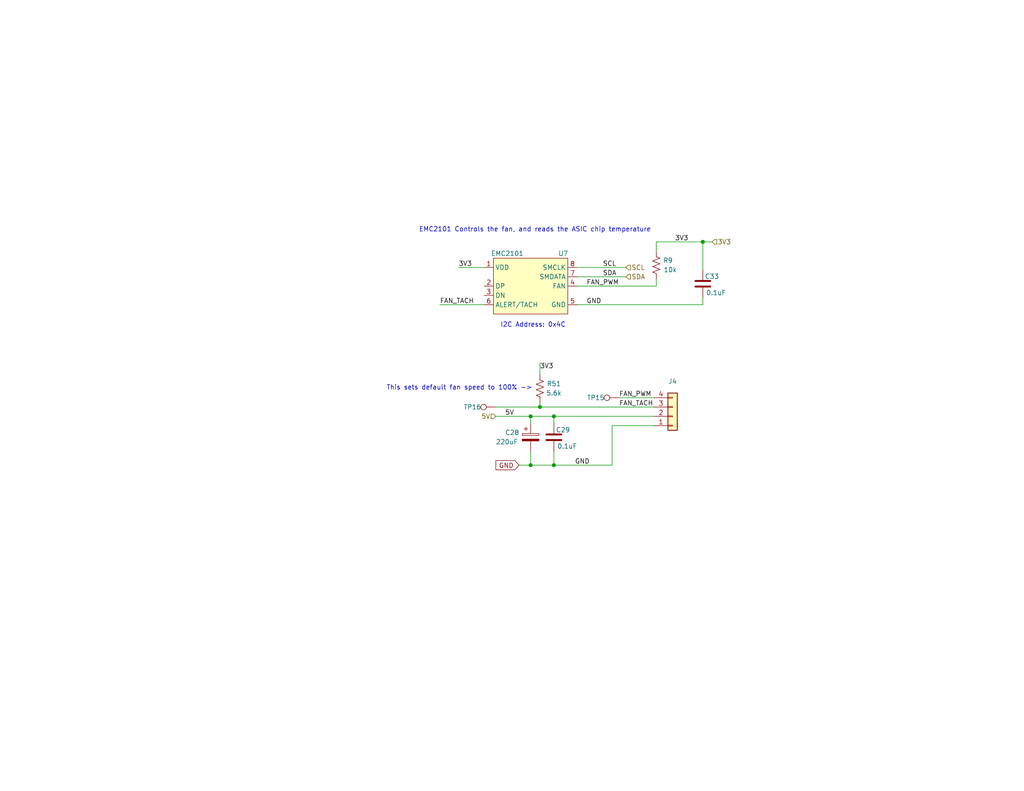
<source format=kicad_sch>
(kicad_sch (version 20230121) (generator eeschema)
  (paper "A")
  (title_block (title "NerdAxe") (date "2023-07-10") (rev "1.1"))
  (lib_symbols
    (symbol "Connector:TestPoint" (pin_numbers hide) (pin_names (offset 0.762) hide)
      (property "Reference" "TP" (at 0 6.858 0))
      (property "Value" "TestPoint" (at 0 5.08 0))
      (symbol "TestPoint_0_1"
        (circle (center 0 3.302) (radius 0.762))
      )
      (symbol "TestPoint_1_1"
        (pin passive line (at 0 0 90) (length 2.54) (name "1") (number "1"))
      )
    )
    (symbol "Connector_Generic:Conn_01x04" (pin_names (offset 1.016) hide)
      (property "Reference" "J" (at 0 5.08 0))
      (property "Value" "Conn_01x04" (at 0 -7.62 0))
      (symbol "Conn_01x04_1_1"
        (rectangle (start -1.27 -4.953) (end 0 -5.207) (stroke (width 0.1524)))
        (rectangle (start -1.27 -2.413) (end 0 -2.667) (stroke (width 0.1524)))
        (rectangle (start -1.27 0.127) (end 0 -0.127) (stroke (width 0.1524)))
        (rectangle (start -1.27 2.667) (end 0 2.413) (stroke (width 0.1524)))
        (rectangle (start -1.27 3.81) (end 1.27 -6.35) (stroke (width 0.254)) (fill (type background)))
        (pin passive line (at -5.08 2.54 0) (length 3.81) (name "Pin_1") (number "1"))
        (pin passive line (at -5.08 0 0) (length 3.81) (name "Pin_2") (number "2"))
        (pin passive line (at -5.08 -2.54 0) (length 3.81) (name "Pin_3") (number "3"))
        (pin passive line (at -5.08 -5.08 0) (length 3.81) (name "Pin_4") (number "4"))
      )
    )
    (symbol "Device:C" (pin_numbers hide) (pin_names (offset 0.254))
      (property "Reference" "C" (at 0.635 2.54 0))
      (property "Value" "C" (at 0.635 -2.54 0))
      (symbol "C_0_1"
        (polyline (pts (xy -2.032 -0.762) (xy 2.032 -0.762)) (stroke (width 0.508)))
        (polyline (pts (xy -2.032 0.762) (xy 2.032 0.762)) (stroke (width 0.508)))
      )
      (symbol "C_1_1"
        (pin passive line (at 0 3.81 270) (length 2.794) (name "~") (number "1"))
        (pin passive line (at 0 -3.81 90) (length 2.794) (name "~") (number "2"))
      )
    )
    (symbol "Device:C_Polarized" (pin_numbers hide) (pin_names (offset 0.254))
      (property "Reference" "C" (at 0.635 2.54 0))
      (property "Value" "C_Polarized" (at 0.635 -2.54 0))
      (symbol "C_Polarized_0_1"
        (rectangle (start -2.286 0.508) (end 2.286 1.016))
        (polyline (pts (xy -1.778 2.286) (xy -0.762 2.286)))
        (polyline (pts (xy -1.27 2.794) (xy -1.27 1.778)))
        (rectangle (start 2.286 -0.508) (end -2.286 -1.016) (fill (type outline)))
      )
      (symbol "C_Polarized_1_1"
        (pin passive line (at 0 3.81 270) (length 2.794) (name "~") (number "1"))
        (pin passive line (at 0 -3.81 90) (length 2.794) (name "~") (number "2"))
      )
    )
    (symbol "Device:R_US" (pin_numbers hide) (pin_names (offset 0))
      (property "Reference" "R" (at 2.54 0 90))
      (property "Value" "R_US" (at -2.54 0 90))
      (symbol "R_US_0_1"
        (polyline (pts (xy 0 -2.286) (xy 0 -2.54)))
        (polyline (pts (xy 0 2.286) (xy 0 2.54)))
        (polyline (pts (xy 0 -0.762) (xy 1.016 -1.143) (xy 0 -1.524) (xy -1.016 -1.905) (xy 0 -2.286)))
        (polyline (pts (xy 0 0.762) (xy 1.016 0.381) (xy 0 0) (xy -1.016 -0.381) (xy 0 -0.762)))
        (polyline (pts (xy 0 2.286) (xy 1.016 1.905) (xy 0 1.524) (xy -1.016 1.143) (xy 0 0.762)))
      )
      (symbol "R_US_1_1"
        (pin passive line (at 0 3.81 270) (length 1.27) (name "~") (number "1"))
        (pin passive line (at 0 -3.81 90) (length 1.27) (name "~") (number "2"))
      )
    )
    (symbol "dayminer:EMC2101"
      (property "Reference" "U" (at 8.89 8.89 0))
      (property "Value" "EMC2101" (at -6.35 8.89 0))
      (symbol "EMC2101_0_1"
        (rectangle (start -10.16 7.62) (end 10.16 -7.62) (stroke (width 0.1524)) (fill (type background)))
      )
      (symbol "EMC2101_1_1"
        (pin power_in line (at -12.7 5.08 0) (length 2.54) (name "VDD") (number "1"))
        (pin input line (at -12.7 0 0) (length 2.54) (name "DP") (number "2"))
        (pin input line (at -12.7 -2.54 0) (length 2.54) (name "DN") (number "3"))
        (pin output line (at 12.7 0 180) (length 2.54) (name "FAN") (number "4"))
        (pin power_in line (at 12.7 -5.08 180) (length 2.54) (name "GND") (number "5"))
        (pin input line (at -12.7 -5.08 0) (length 2.54) (name "ALERT/TACH") (number "6"))
        (pin input line (at 12.7 2.54 180) (length 2.54) (name "SMDATA") (number "7"))
        (pin input line (at 12.7 5.08 180) (length 2.54) (name "SMCLK") (number "8"))
      )
    )
  )
  (junction (at 191.77 66.04))
  (junction (at 151.13 113.665))
  (junction (at 147.32 111.125))
  (junction (at 144.78 113.665))
  (junction (at 144.78 127))
  (junction (at 151.13 127))
  (wire (pts (xy 157.48 73.025) (xy 170.815 73.025)))
  (wire (pts (xy 144.78 123.19) (xy 144.78 127)))
  (wire (pts (xy 135.255 111.125) (xy 147.32 111.125)))
  (wire (pts (xy 144.78 127) (xy 151.13 127)))
  (wire (pts (xy 179.07 66.04) (xy 191.77 66.04)))
  (wire (pts (xy 194.31 66.04) (xy 191.77 66.04)))
  (wire (pts (xy 120.015 83.185) (xy 132.08 83.185)))
  (wire (pts (xy 147.32 111.125) (xy 178.435 111.125)))
  (wire (pts (xy 157.48 75.565) (xy 170.815 75.565)))
  (wire (pts (xy 144.78 113.665) (xy 151.13 113.665)))
  (wire (pts (xy 167.005 116.205) (xy 167.005 127)))
  (wire (pts (xy 125.095 73.025) (xy 132.08 73.025)))
  (wire (pts (xy 191.77 81.28) (xy 191.77 83.185)))
  (wire (pts (xy 191.77 66.04) (xy 191.77 73.66)))
  (wire (pts (xy 179.07 66.04) (xy 179.07 68.58)))
  (wire (pts (xy 151.13 113.665) (xy 151.13 115.57)))
  (wire (pts (xy 179.07 78.105) (xy 179.07 76.2)))
  (wire (pts (xy 167.005 116.205) (xy 178.435 116.205)))
  (wire (pts (xy 168.91 108.585) (xy 178.435 108.585)))
  (wire (pts (xy 151.13 113.665) (xy 178.435 113.665)))
  (wire (pts (xy 157.48 83.185) (xy 191.77 83.185)))
  (wire (pts (xy 147.32 109.855) (xy 147.32 111.125)))
  (wire (pts (xy 157.48 78.105) (xy 179.07 78.105)))
  (wire (pts (xy 135.255 113.665) (xy 144.78 113.665)))
  (wire (pts (xy 141.605 127) (xy 144.78 127)))
  (wire (pts (xy 144.78 113.665) (xy 144.78 115.57)))
  (wire (pts (xy 151.13 127) (xy 167.005 127)))
  (wire (pts (xy 147.32 99.06) (xy 147.32 102.235)))
  (wire (pts (xy 151.13 123.19) (xy 151.13 127)))
  (text "EMC2101 Controls the fan, and reads the ASIC chip temperature" (at 114.3 63.5 0) (effects (font (size 1.27 1.27)) (justify left bottom)))
  (text "This sets default fan speed to 100% ->" (at 105.41 106.68 0) (effects (font (size 1.27 1.27)) (justify left bottom)))
  (text "I2C Address: 0x4C" (at 136.525 89.535 0) (effects (font (size 1.27 1.27)) (justify left bottom)))
  (label "FAN_PWM" (at 160.02 78.105 0))
  (label "GND" (at 160.02 83.185 0))
  (label "SCL" (at 164.465 73.025 0))
  (label "3V3" (at 147.32 100.965 0))
  (label "FAN_TACH" (at 120.015 83.185 0))
  (label "GND" (at 156.845 127 0))
  (label "FAN_PWM" (at 168.91 108.585 0))
  (label "3V3" (at 184.15 66.04 0))
  (label "3V3" (at 125.095 73.025 0))
  (label "5V" (at 137.795 113.665 0))
  (label "SDA" (at 164.465 75.565 0))
  (label "FAN_TACH" (at 168.91 111.125 0))
  (global_label "GND" (shape input) (at 141.605 127 180) (property "Intersheetrefs" "${INTERSHEET_REFS}" (effects hide)))
  (hierarchical_label "5V" (shape input) (at 135.255 113.665 180))
  (hierarchical_label "SCL" (shape input) (at 170.815 73.025 0))
  (hierarchical_label "SDA" (shape input) (at 170.815 75.565 0))
  (hierarchical_label "3V3" (shape input) (at 194.31 66.04 0))
  (symbol (lib_id "Connector:TestPoint") (at 168.91 108.585 90) (mirror x) (unit 1) (in_bom no)
    (property "Reference" "TP15" (at 162.56 108.585 90))
    (property "Value" "TestPoint" (effects hide))
    (property "Footprint" "TestPoint:TestPoint_Pad_D1.5mm" (effects hide))
  )
  (symbol (lib_id "Device:R_US") (at 147.32 106.045 180) (unit 1)
    (property "Reference" "R51" (at 151.13 104.775 0))
    (property "Value" "5.6k" (at 151.13 107.315 0))
    (property "Footprint" "Resistor_SMD:R_0402_1005Metric" (effects hide))
    (property "DK" "13-RC0402FR-135K6LCT-ND" (effects hide))
    (property "PARTNO" "RC0402FR-135K6L" (effects hide))
    (property "LCSC Part" "C365033" (effects hide))
  )
  (symbol (lib_id "Device:C") (at 191.77 77.47 0) (mirror y) (unit 1)
    (property "Reference" "C33" (at 196.215 76.2 0) (effects (justify left bottom)))
    (property "Value" "0.1uF" (at 198.12 80.645 0) (effects (justify left bottom)))
    (property "Footprint" "Capacitor_SMD:C_0402_1005Metric" (effects hide))
    (property "DK" "1292-1639-1-ND" (effects hide))
    (property "PARTNO" "0402X104K100CT" (effects hide))
    (property "LCSC Part" "C1525" (effects hide))
  )
  (symbol (lib_id "Device:C") (at 151.13 119.38 0) (mirror y) (unit 1)
    (property "Reference" "C29" (at 155.575 118.11 0) (effects (justify left bottom)))
    (property "Value" "0.1uF" (at 157.48 122.555 0) (effects (justify left bottom)))
    (property "Footprint" "Capacitor_SMD:C_0402_1005Metric" (effects hide))
    (property "DK" "1292-1639-1-ND" (effects hide))
    (property "PARTNO" "0402X104K100CT" (effects hide))
    (property "LCSC Part" "C1525" (effects hide))
  )
  (symbol (lib_id "Connector_Generic:Conn_01x04") (at 183.515 113.665 0) (mirror x) (unit 1)
    (property "Reference" "J4" (at 183.515 104.14 0))
    (property "Value" "Conn_01x04" (effects hide))
    (property "Footprint" "bitaxe:470531000" (effects hide))
    (property "PARTNO" "0470531000" (effects hide))
    (property "DK" "WM4330-ND" (effects hide))
  )
  (symbol (lib_id "Connector:TestPoint") (at 135.255 111.125 90) (mirror x) (unit 1) (in_bom no)
    (property "Reference" "TP16" (at 128.905 111.125 90))
    (property "Value" "TestPoint" (effects hide))
    (property "Footprint" "TestPoint:TestPoint_Pad_D1.5mm" (effects hide))
  )
  (symbol (lib_id "Device:C_Polarized") (at 144.78 119.38 0) (unit 1)
    (property "Reference" "C28" (at 137.795 118.11 0) (effects (justify left)))
    (property "Value" "220uF" (at 135.255 120.65 0) (effects (justify left)))
    (property "Footprint" "Capacitor_SMD:CP_Elec_6.3x7.7" (effects hide))
    (property "DK" "732-8422-1-ND" (effects hide))
    (property "PARTNO" "865080345012" (effects hide))
    (property "LCSC Part" "C2158095" (effects hide))
  )
  (symbol (lib_id "Device:R_US") (at 179.07 72.39 180) (unit 1)
    (property "Reference" "R9" (at 182.245 71.12 0))
    (property "Value" "10k" (at 182.88 73.66 0))
    (property "Footprint" "Resistor_SMD:R_0402_1005Metric" (effects hide))
    (property "DK" "311-10KJRCT-ND" (effects hide))
    (property "PARTNO" "RC0402JR-0710KL" (effects hide))
    (property "LCSC Part" "C269674" (effects hide))
  )
  (symbol (lib_id "dayminer:EMC2101") (at 144.78 78.105 0) (unit 1)
    (property "Reference" "U7" (at 153.67 69.215 0))
    (property "Value" "EMC2101" (at 138.43 69.215 0))
    (property "Footprint" "Package_SO:TSSOP-8_3x3mm_P0.65mm" (effects hide))
    (property "Datasheet" "https://ww1.microchip.com/downloads/en/DeviceDoc/2101.pdf" (effects hide))
    (property "DK" "EMC2101-R-ACZL-CT-ND" (effects hide))
    (property "PARTNO" "EMC2101-R-ACZL-TR" (effects hide))
  )
)
</source>
